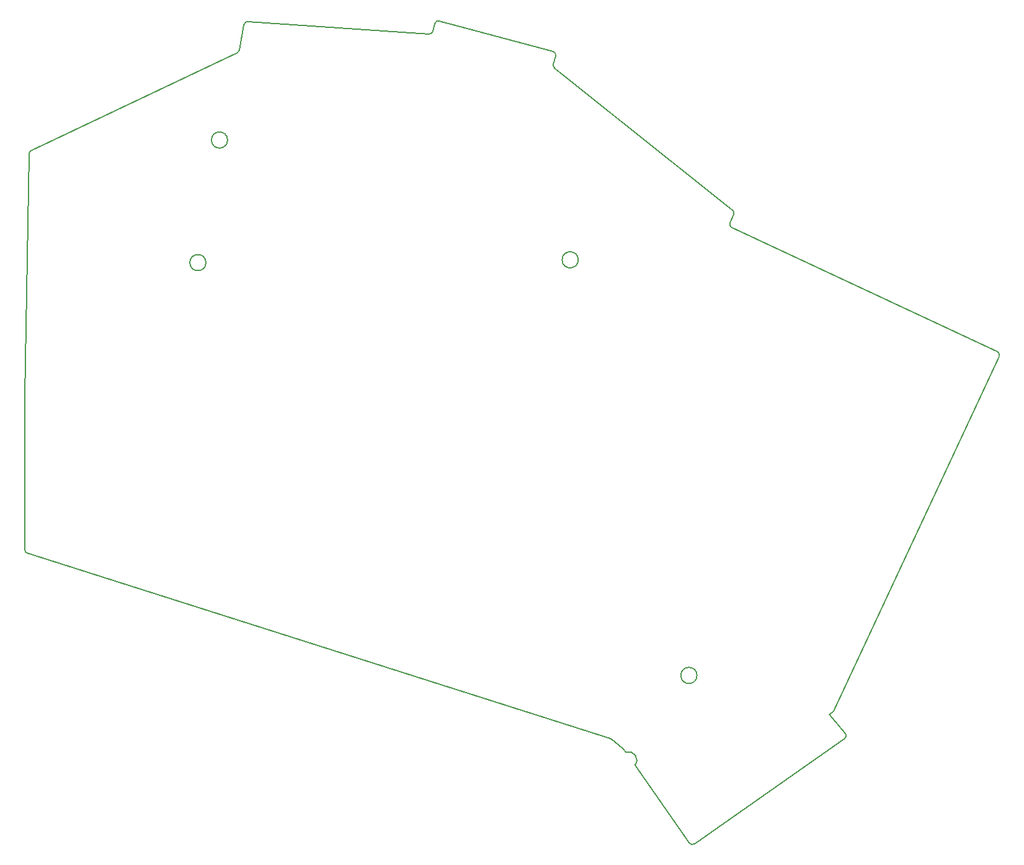
<source format=gm1>
G04 #@! TF.GenerationSoftware,KiCad,Pcbnew,8.0.8+1*
G04 #@! TF.CreationDate,2025-05-19T02:25:44+00:00*
G04 #@! TF.ProjectId,backplate,6261636b-706c-4617-9465-2e6b69636164,0.2*
G04 #@! TF.SameCoordinates,Original*
G04 #@! TF.FileFunction,Profile,NP*
%FSLAX46Y46*%
G04 Gerber Fmt 4.6, Leading zero omitted, Abs format (unit mm)*
G04 Created by KiCad (PCBNEW 8.0.8+1) date 2025-05-19 02:25:44*
%MOMM*%
%LPD*%
G01*
G04 APERTURE LIST*
G04 #@! TA.AperFunction,Profile*
%ADD10C,0.150000*%
G04 #@! TD*
G04 APERTURE END LIST*
D10*
X91000068Y-91265873D02*
X91544883Y-58250115D01*
X91830104Y-57806812D02*
X120011276Y-44406854D01*
X120288969Y-44042126D02*
X120903925Y-40554537D01*
X121430666Y-40142542D02*
X146166900Y-41845285D01*
X146684200Y-41475874D02*
X146970010Y-40409215D01*
X147582383Y-40055661D02*
X163089356Y-44210742D01*
X163442909Y-44823115D02*
X163135189Y-45971542D01*
X163306069Y-46491598D02*
X187620105Y-65915810D01*
X187240642Y-67634052D02*
X187761176Y-66517765D01*
X200805688Y-134762939D02*
X202997243Y-137326011D01*
X202904010Y-138060524D02*
X182384880Y-152428173D01*
X181688516Y-152305386D02*
X174258178Y-141693764D01*
X173033475Y-139944707D02*
X172722594Y-139500723D01*
X172625965Y-139397557D02*
X171067726Y-138147034D01*
X170906304Y-138060501D02*
X91348475Y-112760816D01*
X91000000Y-112284329D02*
X91000000Y-91274123D01*
X187482487Y-68298515D02*
X223715766Y-85194371D01*
X223957611Y-85858834D02*
X201378374Y-134280163D01*
X201212009Y-134478430D02*
X200805688Y-134762939D01*
X91544883Y-58250115D02*
G75*
G02*
X91830121Y-57806849I499917J-8285D01*
G01*
X120288969Y-44042126D02*
G75*
G02*
X120011267Y-44406835I-492369J86826D01*
G01*
X120903925Y-40554538D02*
G75*
G02*
X121430662Y-40142604I492375J-86862D01*
G01*
X146684200Y-41475874D02*
G75*
G02*
X146166896Y-41845349I-483000J129374D01*
G01*
X146970010Y-40409215D02*
G75*
G02*
X147582396Y-40055613I482990J-129385D01*
G01*
X163089356Y-44210742D02*
G75*
G02*
X163442872Y-44823105I-129456J-482958D01*
G01*
X163306069Y-46491598D02*
G75*
G02*
X163135253Y-45971559I312131J390598D01*
G01*
X187620104Y-65915810D02*
G75*
G02*
X187761218Y-66517785I-312104J-390690D01*
G01*
X187482487Y-68298515D02*
G75*
G02*
X187240691Y-67634075I211313J453115D01*
G01*
X223715766Y-85194371D02*
G75*
G02*
X223957600Y-85858829I-211266J-453129D01*
G01*
X201378374Y-134280163D02*
G75*
G02*
X201212022Y-134478451I-453174J211263D01*
G01*
X202997243Y-137326011D02*
G75*
G02*
X202903972Y-138060470I-380043J-324889D01*
G01*
X182384880Y-152428173D02*
G75*
G02*
X181688526Y-152305379I-286780J409573D01*
G01*
X172625965Y-139397557D02*
G75*
G02*
X172722589Y-139500726I-312965J-389943D01*
G01*
X170906304Y-138060501D02*
G75*
G02*
X171067731Y-138147027I-151504J-476499D01*
G01*
X91348475Y-112760816D02*
G75*
G02*
X90999973Y-112284329I151525J476516D01*
G01*
X91000000Y-91274123D02*
G75*
G02*
X91000068Y-91265873I500500J23D01*
G01*
X118664759Y-56324569D02*
G75*
G02*
X116464759Y-56324569I-1100000J0D01*
G01*
X116464759Y-56324569D02*
G75*
G02*
X118664759Y-56324569I1100000J0D01*
G01*
X115712740Y-73066301D02*
G75*
G02*
X113512740Y-73066301I-1100000J0D01*
G01*
X113512740Y-73066301D02*
G75*
G02*
X115712740Y-73066301I1100000J0D01*
G01*
X166526557Y-72684179D02*
G75*
G02*
X164326557Y-72684179I-1100000J0D01*
G01*
X164326557Y-72684179D02*
G75*
G02*
X166526557Y-72684179I1100000J0D01*
G01*
X173033475Y-139944707D02*
G75*
G02*
X174258179Y-141693765I395325J-1026493D01*
G01*
X182736504Y-129430307D02*
G75*
G02*
X180536504Y-129430307I-1100000J0D01*
G01*
X180536504Y-129430307D02*
G75*
G02*
X182736504Y-129430307I1100000J0D01*
G01*
M02*

</source>
